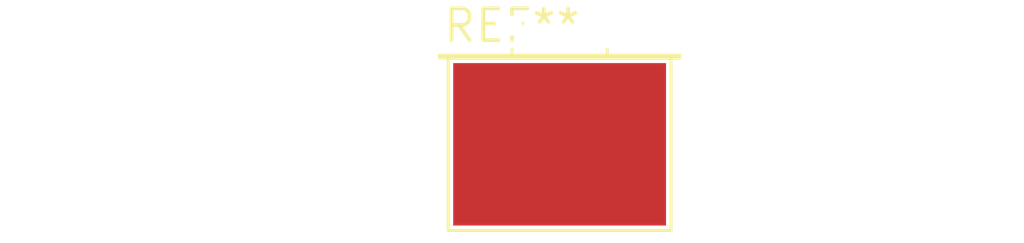
<source format=kicad_pcb>
(kicad_pcb (version 20240108) (generator pcbnew)
  (layers (0 "F.Cu" signal) (31 "B.Cu" signal) (34 "B.Paste" user) (35 "F.Paste" user) (36 "B.SilkS" user "B.Silkscreen") (37 "F.SilkS" user "F.Silkscreen") (38 "B.Mask" user) (39 "F.Mask" user) (44 "Edge.Cuts" user))
  (net 0 "")
  (footprint "Crystal_HC52-6mm_Horizontal_1EP_style1" (layer "F.Cu") (at 0 0)
    (property "Reference" "REF**")
    (property "Value" "Crystal_HC52-6mm_Horizontal_1EP_style1")
    (fp_line (start -2.9 1.18) (end 6.7 1.18) (layer "F.SilkS") (stroke (width 0.12)))
    (fp_line (start -2.9 1.3) (end -2.9 1.18) (layer "F.SilkS") (stroke (width 0.12)))
    (fp_line (start -2.55 1.3) (end -2.55 8.2) (layer "F.SilkS") (stroke (width 0.12)))
    (fp_line (start -2.55 8.2) (end 6.35 8.2) (layer "F.SilkS") (stroke (width 0.12)))
    (fp_line (start 0 0.95) (end 0 0.95) (layer "F.SilkS") (stroke (width 0.12)))
    (fp_line (start 0 1.3) (end 0 0.95) (layer "F.SilkS") (stroke (width 0.12)))
    (fp_line (start 3.8 0.95) (end 3.8 0.95) (layer "F.SilkS") (stroke (width 0.12)))
    (fp_line (start 3.8 1.3) (end 3.8 0.95) (layer "F.SilkS") (stroke (width 0.12)))
    (fp_line (start 6.35 1.3) (end -2.55 1.3) (layer "F.SilkS") (stroke (width 0.12)))
    (fp_line (start 6.35 8.2) (end 6.35 1.3) (layer "F.SilkS") (stroke (width 0.12)))
    (fp_line (start 6.7 1.18) (end 6.7 1.3) (layer "F.SilkS") (stroke (width 0.12)))
    (fp_line (start 6.7 1.3) (end -2.9 1.3) (layer "F.SilkS") (stroke (width 0.12)))
    (pad "1" thru_hole circle (at 0 0) (size 1.5 1.5) (drill 0.8) (layers *.Cu *.Mask) (remove_unused_layers))
    (pad "2" thru_hole circle (at 3.8 0) (size 1.5 1.5) (drill 0.8) (layers *.Cu *.Mask) (remove_unused_layers))
    (pad "3" smd rect (at 1.9 4.75) (size 8.5 6.5) (layers "F.Cu" "F.Paste" "F.Mask"))
  )
)
</source>
